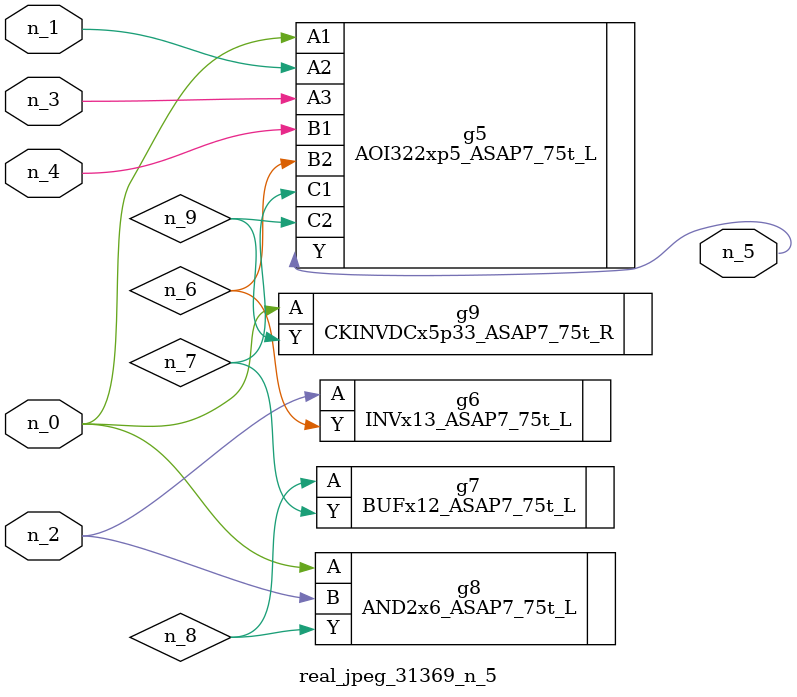
<source format=v>
module real_jpeg_31369_n_5 (n_4, n_0, n_1, n_2, n_3, n_5);

input n_4;
input n_0;
input n_1;
input n_2;
input n_3;

output n_5;

wire n_8;
wire n_6;
wire n_7;
wire n_9;

AOI322xp5_ASAP7_75t_L g5 ( 
.A1(n_0),
.A2(n_1),
.A3(n_3),
.B1(n_4),
.B2(n_6),
.C1(n_7),
.C2(n_9),
.Y(n_5)
);

AND2x6_ASAP7_75t_L g8 ( 
.A(n_0),
.B(n_2),
.Y(n_8)
);

CKINVDCx5p33_ASAP7_75t_R g9 ( 
.A(n_0),
.Y(n_9)
);

INVx13_ASAP7_75t_L g6 ( 
.A(n_2),
.Y(n_6)
);

BUFx12_ASAP7_75t_L g7 ( 
.A(n_8),
.Y(n_7)
);


endmodule
</source>
